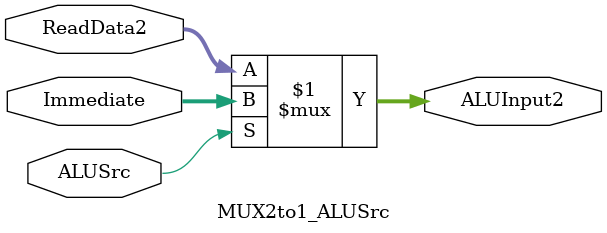
<source format=v>
module MUX2to1_ALUSrc(
    input wire [31:0] ReadData2,   // Dado do segundo operando da ALU (registrador)
    input wire [31:0] Immediate,    // Imediato
    input wire ALUSrc,              // Controle de seleção
    output wire [31:0] ALUInput2    // Saída para o segundo operando da ALU
);

    assign ALUInput2 = (ALUSrc) ? Immediate : ReadData2; // Se ALUSrc for 1, usa o imediato

endmodule
</source>
